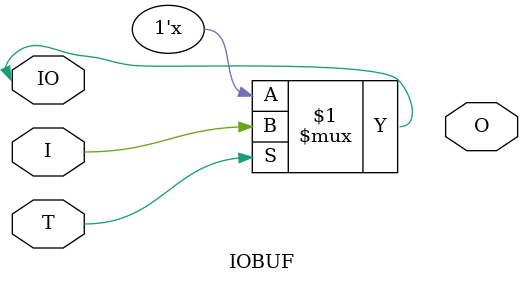
<source format=sv>
module IOBUF (
        input wire I,
        output wire O,
        inout wire IO,
        input wire T
    );

    assign IO = T ? I : 1'bz;

endmodule

</source>
